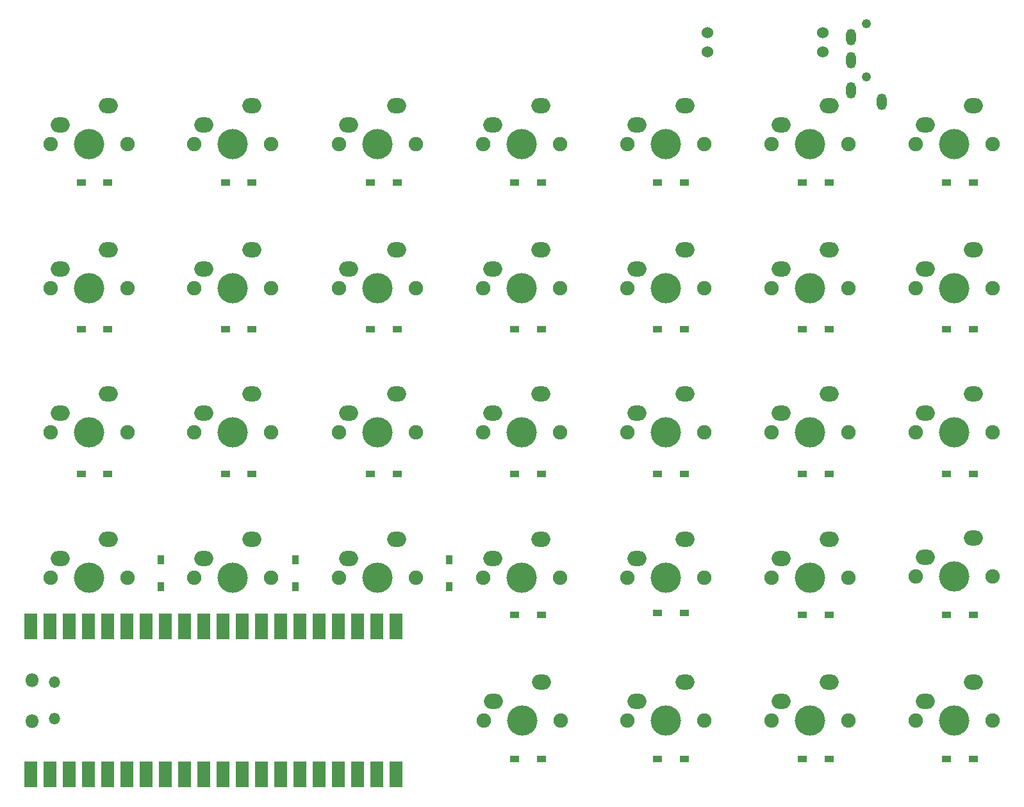
<source format=gbr>
%TF.GenerationSoftware,KiCad,Pcbnew,(7.0.0-0)*%
%TF.CreationDate,2023-03-19T23:48:32+09:00*%
%TF.ProjectId,11111_pcb,31313131-315f-4706-9362-2e6b69636164,rev?*%
%TF.SameCoordinates,Original*%
%TF.FileFunction,Soldermask,Bot*%
%TF.FilePolarity,Negative*%
%FSLAX46Y46*%
G04 Gerber Fmt 4.6, Leading zero omitted, Abs format (unit mm)*
G04 Created by KiCad (PCBNEW (7.0.0-0)) date 2023-03-19 23:48:32*
%MOMM*%
%LPD*%
G01*
G04 APERTURE LIST*
%ADD10C,1.900000*%
%ADD11C,4.000000*%
%ADD12O,2.500000X2.000000*%
%ADD13R,1.300000X0.950000*%
%ADD14R,0.950000X1.300000*%
%ADD15C,1.210000*%
%ADD16O,1.300000X2.200000*%
%ADD17C,1.524000*%
%ADD18O,1.800000X1.800000*%
%ADD19O,1.500000X1.500000*%
%ADD20R,1.700000X3.500000*%
G04 APERTURE END LIST*
D10*
%TO.C,SW46*%
X90805000Y-95310000D03*
D11*
X95885000Y-95310000D03*
D10*
X100965000Y-95310000D03*
D12*
X92074999Y-92769999D03*
X98424999Y-90229999D03*
%TD*%
D13*
%TO.C,D33*%
X113879999Y-81589999D03*
X117429999Y-81589999D03*
%TD*%
D14*
%TO.C,D43*%
X48264999Y-96519999D03*
X48264999Y-92969999D03*
%TD*%
D13*
%TO.C,D60*%
X152024999Y-119339999D03*
X155574999Y-119339999D03*
%TD*%
%TO.C,D18*%
X94939999Y-62459999D03*
X98489999Y-62459999D03*
%TD*%
%TO.C,D16*%
X56739999Y-62459999D03*
X60289999Y-62459999D03*
%TD*%
%TO.C,D6*%
X132949999Y-43139999D03*
X136499999Y-43139999D03*
%TD*%
%TO.C,D17*%
X75889999Y-62459999D03*
X79439999Y-62459999D03*
%TD*%
D15*
%TO.C,J1*%
X141440000Y-22100000D03*
X141440000Y-29100000D03*
D16*
X143439999Y-32399999D03*
X139439999Y-23899999D03*
X139439999Y-26899999D03*
X139439999Y-30899999D03*
%TD*%
D13*
%TO.C,D21*%
X152024999Y-62459999D03*
X155574999Y-62459999D03*
%TD*%
D17*
%TO.C,REF\u002A\u002A*%
X120480000Y-23260000D03*
X120480000Y-25800000D03*
X135720000Y-23260000D03*
X135720000Y-25800000D03*
%TD*%
D10*
%TO.C,SW34*%
X128905000Y-76140000D03*
D11*
X133985000Y-76140000D03*
D10*
X139065000Y-76140000D03*
D12*
X130174999Y-73599999D03*
X136524999Y-71059999D03*
%TD*%
D10*
%TO.C,SW15*%
X33655000Y-57090000D03*
D11*
X38735000Y-57090000D03*
D10*
X43815000Y-57090000D03*
D12*
X34924999Y-54549999D03*
X41274999Y-52009999D03*
%TD*%
D10*
%TO.C,SW45*%
X71755000Y-95310000D03*
D11*
X76835000Y-95310000D03*
D10*
X81915000Y-95310000D03*
D12*
X73024999Y-92769999D03*
X79374999Y-90229999D03*
%TD*%
D10*
%TO.C,SW57*%
X90865000Y-114240000D03*
D11*
X95945000Y-114240000D03*
D10*
X101025000Y-114240000D03*
D12*
X92134999Y-111699999D03*
X98484999Y-109159999D03*
%TD*%
D10*
%TO.C,SW1*%
X33655000Y-38040000D03*
D11*
X38735000Y-38040000D03*
D10*
X43815000Y-38040000D03*
D12*
X34924999Y-35499999D03*
X41274999Y-32959999D03*
%TD*%
D10*
%TO.C,SW58*%
X109855000Y-114240000D03*
D11*
X114935000Y-114240000D03*
D10*
X120015000Y-114240000D03*
D12*
X111124999Y-111699999D03*
X117474999Y-109159999D03*
%TD*%
D10*
%TO.C,SW16*%
X52635000Y-57090000D03*
D11*
X57715000Y-57090000D03*
D10*
X62795000Y-57090000D03*
D12*
X53904999Y-54549999D03*
X60254999Y-52009999D03*
%TD*%
D13*
%TO.C,D58*%
X113879999Y-119339999D03*
X117429999Y-119339999D03*
%TD*%
%TO.C,D32*%
X94939999Y-81589999D03*
X98489999Y-81589999D03*
%TD*%
D10*
%TO.C,SW19*%
X109855000Y-57090000D03*
D11*
X114935000Y-57090000D03*
D10*
X120015000Y-57090000D03*
D12*
X111124999Y-54549999D03*
X117474999Y-52009999D03*
%TD*%
D13*
%TO.C,D35*%
X152024999Y-81589999D03*
X155574999Y-81589999D03*
%TD*%
%TO.C,D46*%
X94939999Y-100269999D03*
X98489999Y-100269999D03*
%TD*%
%TO.C,D34*%
X132949999Y-81589999D03*
X136499999Y-81589999D03*
%TD*%
D10*
%TO.C,SW43*%
X33655000Y-95310000D03*
D11*
X38735000Y-95310000D03*
D10*
X43815000Y-95310000D03*
D12*
X34924999Y-92769999D03*
X41274999Y-90229999D03*
%TD*%
D10*
%TO.C,SW47*%
X109855000Y-95310000D03*
D11*
X114935000Y-95310000D03*
D10*
X120015000Y-95310000D03*
D12*
X111124999Y-92769999D03*
X117474999Y-90229999D03*
%TD*%
D13*
%TO.C,D2*%
X56739999Y-43139999D03*
X60289999Y-43139999D03*
%TD*%
D10*
%TO.C,SW35*%
X147955000Y-76140000D03*
D11*
X153035000Y-76140000D03*
D10*
X158115000Y-76140000D03*
D12*
X149224999Y-73599999D03*
X155574999Y-71059999D03*
%TD*%
D13*
%TO.C,D31*%
X75889999Y-81589999D03*
X79439999Y-81589999D03*
%TD*%
D10*
%TO.C,SW30*%
X52635000Y-76140000D03*
D11*
X57715000Y-76140000D03*
D10*
X62795000Y-76140000D03*
D12*
X53904999Y-73599999D03*
X60254999Y-71059999D03*
%TD*%
D13*
%TO.C,D59*%
X132949999Y-119339999D03*
X136499999Y-119339999D03*
%TD*%
D10*
%TO.C,SW33*%
X109855000Y-76140000D03*
D11*
X114935000Y-76140000D03*
D10*
X120015000Y-76140000D03*
D12*
X111124999Y-73599999D03*
X117474999Y-71059999D03*
%TD*%
D13*
%TO.C,D5*%
X113879999Y-43139999D03*
X117429999Y-43139999D03*
%TD*%
%TO.C,D4*%
X94939999Y-43139999D03*
X98489999Y-43139999D03*
%TD*%
%TO.C,D7*%
X152024999Y-43139999D03*
X155574999Y-43139999D03*
%TD*%
D10*
%TO.C,SW6*%
X128905000Y-38040000D03*
D11*
X133985000Y-38040000D03*
D10*
X139065000Y-38040000D03*
D12*
X130174999Y-35499999D03*
X136524999Y-32959999D03*
%TD*%
D10*
%TO.C,SW44*%
X52635000Y-95310000D03*
D11*
X57715000Y-95310000D03*
D10*
X62795000Y-95310000D03*
D12*
X53904999Y-92769999D03*
X60254999Y-90229999D03*
%TD*%
D13*
%TO.C,D57*%
X94939999Y-119339999D03*
X98489999Y-119339999D03*
%TD*%
D14*
%TO.C,D44*%
X66039999Y-96519999D03*
X66039999Y-92969999D03*
%TD*%
D13*
%TO.C,D20*%
X132949999Y-62459999D03*
X136499999Y-62459999D03*
%TD*%
D10*
%TO.C,SW49*%
X147955000Y-95190000D03*
D11*
X153035000Y-95190000D03*
D10*
X158115000Y-95190000D03*
D12*
X149224999Y-92649999D03*
X155574999Y-90109999D03*
%TD*%
D10*
%TO.C,SW21*%
X147955000Y-57090000D03*
D11*
X153035000Y-57090000D03*
D10*
X158115000Y-57090000D03*
D12*
X149224999Y-54549999D03*
X155574999Y-52009999D03*
%TD*%
D13*
%TO.C,D30*%
X56739999Y-81589999D03*
X60289999Y-81589999D03*
%TD*%
%TO.C,D49*%
X152024999Y-100269999D03*
X155574999Y-100269999D03*
%TD*%
D10*
%TO.C,SW29*%
X33655000Y-76140000D03*
D11*
X38735000Y-76140000D03*
D10*
X43815000Y-76140000D03*
D12*
X34924999Y-73599999D03*
X41274999Y-71059999D03*
%TD*%
D10*
%TO.C,SW4*%
X90805000Y-38040000D03*
D11*
X95885000Y-38040000D03*
D10*
X100965000Y-38040000D03*
D12*
X92074999Y-35499999D03*
X98424999Y-32959999D03*
%TD*%
D14*
%TO.C,D45*%
X86359999Y-96519999D03*
X86359999Y-92969999D03*
%TD*%
D13*
%TO.C,D19*%
X113879999Y-62459999D03*
X117429999Y-62459999D03*
%TD*%
D10*
%TO.C,SW59*%
X128905000Y-114240000D03*
D11*
X133985000Y-114240000D03*
D10*
X139065000Y-114240000D03*
D12*
X130174999Y-111699999D03*
X136524999Y-109159999D03*
%TD*%
D10*
%TO.C,SW20*%
X128905000Y-57090000D03*
D11*
X133985000Y-57090000D03*
D10*
X139065000Y-57090000D03*
D12*
X130174999Y-54549999D03*
X136524999Y-52009999D03*
%TD*%
D10*
%TO.C,SW32*%
X90805000Y-76140000D03*
D11*
X95885000Y-76140000D03*
D10*
X100965000Y-76140000D03*
D12*
X92074999Y-73599999D03*
X98424999Y-71059999D03*
%TD*%
D10*
%TO.C,SW2*%
X52635000Y-38040000D03*
D11*
X57715000Y-38040000D03*
D10*
X62795000Y-38040000D03*
D12*
X53904999Y-35499999D03*
X60254999Y-32959999D03*
%TD*%
D10*
%TO.C,SW3*%
X71755000Y-38040000D03*
D11*
X76835000Y-38040000D03*
D10*
X81915000Y-38040000D03*
D12*
X73024999Y-35499999D03*
X79374999Y-32959999D03*
%TD*%
D10*
%TO.C,SW7*%
X147955000Y-38040000D03*
D11*
X153035000Y-38040000D03*
D10*
X158115000Y-38040000D03*
D12*
X149224999Y-35499999D03*
X155574999Y-32959999D03*
%TD*%
D10*
%TO.C,SW17*%
X71755000Y-57090000D03*
D11*
X76835000Y-57090000D03*
D10*
X81915000Y-57090000D03*
D12*
X73024999Y-54549999D03*
X79374999Y-52009999D03*
%TD*%
D13*
%TO.C,D3*%
X75889999Y-43139999D03*
X79439999Y-43139999D03*
%TD*%
D10*
%TO.C,SW48*%
X128905000Y-95310000D03*
D11*
X133985000Y-95310000D03*
D10*
X139065000Y-95310000D03*
D12*
X130174999Y-92769999D03*
X136524999Y-90229999D03*
%TD*%
D13*
%TO.C,D48*%
X132949999Y-100269999D03*
X136499999Y-100269999D03*
%TD*%
D10*
%TO.C,SW60*%
X147955000Y-114240000D03*
D11*
X153035000Y-114240000D03*
D10*
X158115000Y-114240000D03*
D12*
X149224999Y-111699999D03*
X155574999Y-109159999D03*
%TD*%
D10*
%TO.C,SW18*%
X90805000Y-57090000D03*
D11*
X95885000Y-57090000D03*
D10*
X100965000Y-57090000D03*
D12*
X92074999Y-54549999D03*
X98424999Y-52009999D03*
%TD*%
D13*
%TO.C,D47*%
X113879999Y-100019999D03*
X117429999Y-100019999D03*
%TD*%
%TO.C,D29*%
X37689999Y-81589999D03*
X41239999Y-81589999D03*
%TD*%
D10*
%TO.C,SW31*%
X71755000Y-76140000D03*
D11*
X76835000Y-76140000D03*
D10*
X81915000Y-76140000D03*
D12*
X73024999Y-73599999D03*
X79374999Y-71059999D03*
%TD*%
D13*
%TO.C,D15*%
X37689999Y-62459999D03*
X41239999Y-62459999D03*
%TD*%
%TO.C,D1*%
X37689999Y-43139999D03*
X41239999Y-43139999D03*
%TD*%
D10*
%TO.C,SW5*%
X109855000Y-38040000D03*
D11*
X114935000Y-38040000D03*
D10*
X120015000Y-38040000D03*
D12*
X111124999Y-35499999D03*
X117474999Y-32959999D03*
%TD*%
D18*
%TO.C,U1*%
X31179999Y-108849999D03*
D19*
X34209999Y-109149999D03*
X34209999Y-113999999D03*
D18*
X31179999Y-114299999D03*
D20*
X31049999Y-101784999D03*
X33589999Y-101784999D03*
X36129999Y-101784999D03*
X38669999Y-101784999D03*
X41209999Y-101784999D03*
X43749999Y-101784999D03*
X46289999Y-101784999D03*
X48829999Y-101784999D03*
X51369999Y-101784999D03*
X53909999Y-101784999D03*
X56449999Y-101784999D03*
X58989999Y-101784999D03*
X61529999Y-101784999D03*
X64069999Y-101784999D03*
X66609999Y-101784999D03*
X69149999Y-101784999D03*
X71689999Y-101784999D03*
X74229999Y-101784999D03*
X76769999Y-101784999D03*
X79309999Y-101784999D03*
X79309999Y-121364999D03*
X76769999Y-121364999D03*
X74229999Y-121364999D03*
X71689999Y-121364999D03*
X69149999Y-121364999D03*
X66609999Y-121364999D03*
X64069999Y-121364999D03*
X61529999Y-121364999D03*
X58989999Y-121364999D03*
X56449999Y-121364999D03*
X53909999Y-121364999D03*
X51369999Y-121364999D03*
X48829999Y-121364999D03*
X46289999Y-121364999D03*
X43749999Y-121364999D03*
X41209999Y-121364999D03*
X38669999Y-121364999D03*
X36129999Y-121364999D03*
X33589999Y-121364999D03*
X31049999Y-121364999D03*
%TD*%
M02*

</source>
